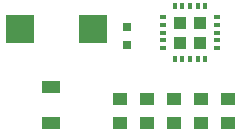
<source format=gtp>
G04 #@! TF.FileFunction,Paste,Top*
%FSLAX46Y46*%
G04 Gerber Fmt 4.6, Leading zero omitted, Abs format (unit mm)*
G04 Created by KiCad (PCBNEW 4.0.2-stable) date Saturday, June 18, 2016 'PMt' 05:02:25 PM*
%MOMM*%
G01*
G04 APERTURE LIST*
%ADD10C,0.100000*%
%ADD11R,2.370000X2.430000*%
%ADD12R,0.550000X0.400000*%
%ADD13R,0.400000X0.550000*%
%ADD14R,1.005000X1.005000*%
%ADD15R,1.600000X1.000000*%
%ADD16R,0.750000X0.800000*%
%ADD17R,1.250000X1.000000*%
G04 APERTURE END LIST*
D10*
D11*
X83257000Y-37465000D03*
X77017000Y-37465000D03*
D12*
X93687900Y-39103300D03*
X93687900Y-38453300D03*
X93687900Y-37803300D03*
X93687900Y-37153300D03*
X93687900Y-36503300D03*
D13*
X92737900Y-35553300D03*
X92087900Y-35553300D03*
X91437900Y-35553300D03*
X90787900Y-35553300D03*
X90137900Y-35553300D03*
D12*
X89187900Y-36503300D03*
X89187900Y-37153300D03*
X89187900Y-37803300D03*
X89187900Y-38453300D03*
X89187900Y-39103300D03*
D13*
X90137900Y-40053300D03*
X90787900Y-40053300D03*
X91437900Y-40053300D03*
X92087900Y-40053300D03*
X92737900Y-40053300D03*
D14*
X90600400Y-36965800D03*
X90600400Y-38640800D03*
X92275400Y-36965800D03*
X92275400Y-38640800D03*
D15*
X79629000Y-42442000D03*
X79629000Y-45442000D03*
D16*
X86106000Y-38850000D03*
X86106000Y-37350000D03*
D17*
X85471000Y-43450000D03*
X85471000Y-45450000D03*
X87757000Y-43450000D03*
X87757000Y-45450000D03*
X90043000Y-43450000D03*
X90043000Y-45450000D03*
X92329000Y-43450000D03*
X92329000Y-45450000D03*
X94615000Y-43450000D03*
X94615000Y-45450000D03*
M02*

</source>
